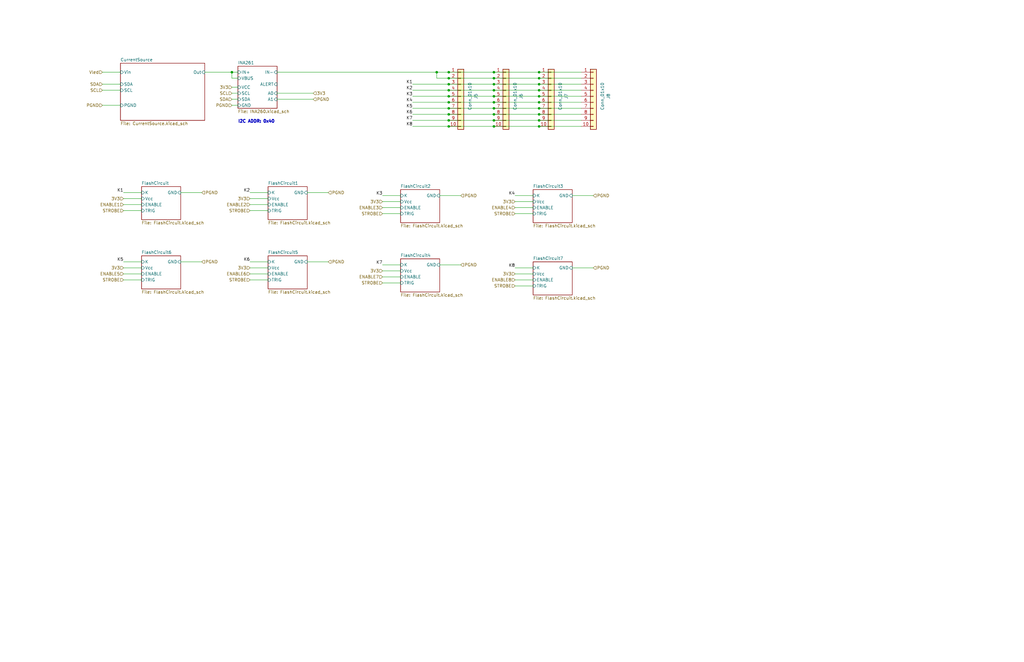
<source format=kicad_sch>
(kicad_sch (version 20211123) (generator eeschema)
  (paper "B")
  (title_block (title "BUM2 LED Controller") (date "2023-01-10") (rev "A"))
  (lib_symbols
    (symbol "Connector_Generic:Conn_01x10" (pin_names (offset 1.016) hide)
      (property "Reference" "J" (at 0 12.7 0))
      (property "Value" "Conn_01x10" (at 0 -15.24 0))
      (symbol "Conn_01x10_1_1"
        (rectangle (start -1.27 -12.573) (end 0 -12.827) (stroke (width 0.1524)))
        (rectangle (start -1.27 -10.033) (end 0 -10.287) (stroke (width 0.1524)))
        (rectangle (start -1.27 -7.493) (end 0 -7.747) (stroke (width 0.1524)))
        (rectangle (start -1.27 -4.953) (end 0 -5.207) (stroke (width 0.1524)))
        (rectangle (start -1.27 -2.413) (end 0 -2.667) (stroke (width 0.1524)))
        (rectangle (start -1.27 0.127) (end 0 -0.127) (stroke (width 0.1524)))
        (rectangle (start -1.27 2.667) (end 0 2.413) (stroke (width 0.1524)))
        (rectangle (start -1.27 5.207) (end 0 4.953) (stroke (width 0.1524)))
        (rectangle (start -1.27 7.747) (end 0 7.493) (stroke (width 0.1524)))
        (rectangle (start -1.27 10.287) (end 0 10.033) (stroke (width 0.1524)))
        (rectangle (start -1.27 11.43) (end 1.27 -13.97) (stroke (width 0.254)) (fill (type background)))
        (pin passive line (at -5.08 10.16 0) (length 3.81) (name "Pin_1") (number "1"))
        (pin passive line (at -5.08 -12.7 0) (length 3.81) (name "Pin_10") (number "10"))
        (pin passive line (at -5.08 7.62 0) (length 3.81) (name "Pin_2") (number "2"))
        (pin passive line (at -5.08 5.08 0) (length 3.81) (name "Pin_3") (number "3"))
        (pin passive line (at -5.08 2.54 0) (length 3.81) (name "Pin_4") (number "4"))
        (pin passive line (at -5.08 0 0) (length 3.81) (name "Pin_5") (number "5"))
        (pin passive line (at -5.08 -2.54 0) (length 3.81) (name "Pin_6") (number "6"))
        (pin passive line (at -5.08 -5.08 0) (length 3.81) (name "Pin_7") (number "7"))
        (pin passive line (at -5.08 -7.62 0) (length 3.81) (name "Pin_8") (number "8"))
        (pin passive line (at -5.08 -10.16 0) (length 3.81) (name "Pin_9") (number "9"))
      )
    )
  )
  (junction (at 189.23 33.02))
  (junction (at 208.28 53.34))
  (junction (at 189.23 35.56))
  (junction (at 189.23 30.48))
  (junction (at 189.23 53.34))
  (junction (at 208.28 38.1))
  (junction (at 208.28 43.18))
  (junction (at 227.33 40.64))
  (junction (at 189.23 43.18))
  (junction (at 184.15 30.48))
  (junction (at 227.33 33.02))
  (junction (at 208.28 33.02))
  (junction (at 208.28 30.48))
  (junction (at 227.33 38.1))
  (junction (at 189.23 48.26))
  (junction (at 227.33 43.18))
  (junction (at 208.28 35.56))
  (junction (at 227.33 48.26))
  (junction (at 189.23 50.8))
  (junction (at 208.28 40.64))
  (junction (at 208.28 48.26))
  (junction (at 227.33 53.34))
  (junction (at 208.28 45.72))
  (junction (at 227.33 35.56))
  (junction (at 208.28 50.8))
  (junction (at 97.79 30.48))
  (junction (at 227.33 45.72))
  (junction (at 227.33 50.8))
  (junction (at 189.23 38.1))
  (junction (at 189.23 40.64))
  (junction (at 227.33 30.48))
  (junction (at 189.23 45.72))
  (wire (pts (xy 217.17 82.55) (xy 224.79 82.55)))
  (wire (pts (xy 208.28 30.48) (xy 227.33 30.48)))
  (wire (pts (xy 227.33 33.02) (xy 245.11 33.02)))
  (wire (pts (xy 217.17 113.03) (xy 224.79 113.03)))
  (wire (pts (xy 173.99 50.8) (xy 189.23 50.8)))
  (wire (pts (xy 86.36 30.48) (xy 97.79 30.48)))
  (wire (pts (xy 52.07 86.36) (xy 59.69 86.36)))
  (wire (pts (xy 173.99 43.18) (xy 189.23 43.18)))
  (wire (pts (xy 52.07 118.11) (xy 59.69 118.11)))
  (wire (pts (xy 52.07 113.03) (xy 59.69 113.03)))
  (wire (pts (xy 116.84 30.48) (xy 184.15 30.48)))
  (wire (pts (xy 208.28 33.02) (xy 227.33 33.02)))
  (wire (pts (xy 97.79 44.45) (xy 100.33 44.45)))
  (wire (pts (xy 97.79 30.48) (xy 100.33 30.48)))
  (wire (pts (xy 105.41 81.28) (xy 113.03 81.28)))
  (wire (pts (xy 184.15 30.48) (xy 184.15 33.02)))
  (wire (pts (xy 217.17 115.57) (xy 224.79 115.57)))
  (wire (pts (xy 52.07 110.49) (xy 59.69 110.49)))
  (wire (pts (xy 43.18 35.56) (xy 50.8 35.56)))
  (wire (pts (xy 161.29 82.55) (xy 168.91 82.55)))
  (wire (pts (xy 227.33 38.1) (xy 245.11 38.1)))
  (wire (pts (xy 105.41 113.03) (xy 113.03 113.03)))
  (wire (pts (xy 189.23 53.34) (xy 208.28 53.34)))
  (wire (pts (xy 76.2 110.49) (xy 85.09 110.49)))
  (wire (pts (xy 161.29 111.76) (xy 168.91 111.76)))
  (wire (pts (xy 227.33 53.34) (xy 245.11 53.34)))
  (wire (pts (xy 227.33 40.64) (xy 245.11 40.64)))
  (wire (pts (xy 129.54 110.49) (xy 138.43 110.49)))
  (wire (pts (xy 97.79 36.83) (xy 100.33 36.83)))
  (wire (pts (xy 161.29 119.38) (xy 168.91 119.38)))
  (wire (pts (xy 189.23 35.56) (xy 208.28 35.56)))
  (wire (pts (xy 161.29 87.63) (xy 168.91 87.63)))
  (wire (pts (xy 227.33 30.48) (xy 245.11 30.48)))
  (wire (pts (xy 173.99 38.1) (xy 189.23 38.1)))
  (wire (pts (xy 97.79 39.37) (xy 100.33 39.37)))
  (wire (pts (xy 208.28 35.56) (xy 227.33 35.56)))
  (wire (pts (xy 97.79 33.02) (xy 97.79 30.48)))
  (wire (pts (xy 241.3 113.03) (xy 250.19 113.03)))
  (wire (pts (xy 161.29 114.3) (xy 168.91 114.3)))
  (wire (pts (xy 227.33 50.8) (xy 245.11 50.8)))
  (wire (pts (xy 208.28 38.1) (xy 227.33 38.1)))
  (wire (pts (xy 43.18 44.45) (xy 50.8 44.45)))
  (wire (pts (xy 217.17 120.65) (xy 224.79 120.65)))
  (wire (pts (xy 189.23 43.18) (xy 208.28 43.18)))
  (wire (pts (xy 105.41 118.11) (xy 113.03 118.11)))
  (wire (pts (xy 217.17 85.09) (xy 224.79 85.09)))
  (wire (pts (xy 105.41 110.49) (xy 113.03 110.49)))
  (wire (pts (xy 116.84 39.37) (xy 132.08 39.37)))
  (wire (pts (xy 184.15 30.48) (xy 189.23 30.48)))
  (wire (pts (xy 173.99 48.26) (xy 189.23 48.26)))
  (wire (pts (xy 129.54 81.28) (xy 138.43 81.28)))
  (wire (pts (xy 97.79 41.91) (xy 100.33 41.91)))
  (wire (pts (xy 189.23 50.8) (xy 208.28 50.8)))
  (wire (pts (xy 116.84 41.91) (xy 132.08 41.91)))
  (wire (pts (xy 189.23 38.1) (xy 208.28 38.1)))
  (wire (pts (xy 208.28 43.18) (xy 227.33 43.18)))
  (wire (pts (xy 189.23 40.64) (xy 208.28 40.64)))
  (wire (pts (xy 43.18 38.1) (xy 50.8 38.1)))
  (wire (pts (xy 227.33 43.18) (xy 245.11 43.18)))
  (wire (pts (xy 105.41 88.9) (xy 113.03 88.9)))
  (wire (pts (xy 189.23 30.48) (xy 208.28 30.48)))
  (wire (pts (xy 184.15 33.02) (xy 189.23 33.02)))
  (wire (pts (xy 173.99 40.64) (xy 189.23 40.64)))
  (wire (pts (xy 189.23 45.72) (xy 208.28 45.72)))
  (wire (pts (xy 52.07 81.28) (xy 59.69 81.28)))
  (wire (pts (xy 173.99 45.72) (xy 189.23 45.72)))
  (wire (pts (xy 173.99 53.34) (xy 189.23 53.34)))
  (wire (pts (xy 161.29 116.84) (xy 168.91 116.84)))
  (wire (pts (xy 52.07 115.57) (xy 59.69 115.57)))
  (wire (pts (xy 161.29 90.17) (xy 168.91 90.17)))
  (wire (pts (xy 173.99 35.56) (xy 189.23 35.56)))
  (wire (pts (xy 208.28 50.8) (xy 227.33 50.8)))
  (wire (pts (xy 105.41 83.82) (xy 113.03 83.82)))
  (wire (pts (xy 185.42 111.76) (xy 194.31 111.76)))
  (wire (pts (xy 217.17 118.11) (xy 224.79 118.11)))
  (wire (pts (xy 105.41 115.57) (xy 113.03 115.57)))
  (wire (pts (xy 52.07 83.82) (xy 59.69 83.82)))
  (wire (pts (xy 105.41 86.36) (xy 113.03 86.36)))
  (wire (pts (xy 208.28 53.34) (xy 227.33 53.34)))
  (wire (pts (xy 161.29 85.09) (xy 168.91 85.09)))
  (wire (pts (xy 227.33 48.26) (xy 245.11 48.26)))
  (wire (pts (xy 241.3 82.55) (xy 250.19 82.55)))
  (wire (pts (xy 227.33 35.56) (xy 245.11 35.56)))
  (wire (pts (xy 208.28 45.72) (xy 227.33 45.72)))
  (wire (pts (xy 43.18 30.48) (xy 50.8 30.48)))
  (wire (pts (xy 217.17 87.63) (xy 224.79 87.63)))
  (wire (pts (xy 52.07 88.9) (xy 59.69 88.9)))
  (wire (pts (xy 76.2 81.28) (xy 85.09 81.28)))
  (wire (pts (xy 208.28 48.26) (xy 227.33 48.26)))
  (wire (pts (xy 189.23 48.26) (xy 208.28 48.26)))
  (wire (pts (xy 227.33 45.72) (xy 245.11 45.72)))
  (wire (pts (xy 217.17 90.17) (xy 224.79 90.17)))
  (wire (pts (xy 208.28 40.64) (xy 227.33 40.64)))
  (wire (pts (xy 100.33 33.02) (xy 97.79 33.02)))
  (wire (pts (xy 189.23 33.02) (xy 208.28 33.02)))
  (wire (pts (xy 185.42 82.55) (xy 194.31 82.55)))
  (text "I2C ADDR: 0x40" (at 100.33 52.07 0) (effects (font (size 1.27 1.27) (thickness 0.508) bold) (justify left bottom)))
  (label "K6" (at 105.41 110.49 180))
  (label "K3" (at 161.29 82.55 180))
  (label "K5" (at 173.99 45.72 180))
  (label "K2" (at 105.41 81.28 180))
  (label "K7" (at 173.99 50.8 180))
  (label "K8" (at 217.17 113.03 180))
  (label "K6" (at 173.99 48.26 180))
  (label "K5" (at 52.07 110.49 180))
  (label "K4" (at 217.17 82.55 180))
  (label "K8" (at 173.99 53.34 180))
  (label "K2" (at 173.99 38.1 180))
  (label "K7" (at 161.29 111.76 180))
  (label "K1" (at 173.99 35.56 180))
  (label "K3" (at 173.99 40.64 180))
  (label "K1" (at 52.07 81.28 180))
  (label "K4" (at 173.99 43.18 180))
  (hierarchical_label "PGND" (shape input) (at 250.19 113.03 0))
  (hierarchical_label "STROBE" (shape input) (at 161.29 119.38 180))
  (hierarchical_label "3V3" (shape input) (at 105.41 83.82 180))
  (hierarchical_label "ENABLE4" (shape input) (at 217.17 87.63 180))
  (hierarchical_label "PGND" (shape input) (at 194.31 111.76 0))
  (hierarchical_label "3V3" (shape input) (at 52.07 113.03 180))
  (hierarchical_label "STROBE" (shape input) (at 52.07 118.11 180))
  (hierarchical_label "3V3" (shape input) (at 217.17 115.57 180))
  (hierarchical_label "SDA" (shape input) (at 43.18 35.56 180))
  (hierarchical_label "SCL" (shape input) (at 97.79 39.37 180))
  (hierarchical_label "3V3" (shape input) (at 97.79 36.83 180))
  (hierarchical_label "PGND" (shape input) (at 138.43 110.49 0))
  (hierarchical_label "ENABLE2" (shape input) (at 105.41 86.36 180))
  (hierarchical_label "STROBE" (shape input) (at 105.41 118.11 180))
  (hierarchical_label "PGND" (shape input) (at 97.79 44.45 180))
  (hierarchical_label "3V3" (shape input) (at 161.29 85.09 180))
  (hierarchical_label "PGND" (shape input) (at 85.09 81.28 0))
  (hierarchical_label "STROBE" (shape input) (at 105.41 88.9 180))
  (hierarchical_label "STROBE" (shape input) (at 217.17 90.17 180))
  (hierarchical_label "PGND" (shape input) (at 138.43 81.28 0))
  (hierarchical_label "SDA" (shape input) (at 97.79 41.91 180))
  (hierarchical_label "PGND" (shape input) (at 250.19 82.55 0))
  (hierarchical_label "ENABLE7" (shape input) (at 161.29 116.84 180))
  (hierarchical_label "3V3" (shape input) (at 52.07 83.82 180))
  (hierarchical_label "3V3" (shape input) (at 132.08 39.37 0))
  (hierarchical_label "ENABLE1" (shape input) (at 52.07 86.36 180))
  (hierarchical_label "ENABLE3" (shape input) (at 161.29 87.63 180))
  (hierarchical_label "ENABLE8" (shape input) (at 217.17 118.11 180))
  (hierarchical_label "PGND" (shape input) (at 85.09 110.49 0))
  (hierarchical_label "PGND" (shape input) (at 194.31 82.55 0))
  (hierarchical_label "PGND" (shape input) (at 43.18 44.45 180))
  (hierarchical_label "3V3" (shape input) (at 217.17 85.09 180))
  (hierarchical_label "STROBE" (shape input) (at 52.07 88.9 180))
  (hierarchical_label "3V3" (shape input) (at 105.41 113.03 180))
  (hierarchical_label "3V3" (shape input) (at 161.29 114.3 180))
  (hierarchical_label "ENABLE5" (shape input) (at 52.07 115.57 180))
  (hierarchical_label "Vled" (shape input) (at 43.18 30.48 180))
  (hierarchical_label "PGND" (shape input) (at 132.08 41.91 0))
  (hierarchical_label "STROBE" (shape input) (at 161.29 90.17 180))
  (hierarchical_label "STROBE" (shape input) (at 217.17 120.65 180))
  (hierarchical_label "SCL" (shape input) (at 43.18 38.1 180))
  (hierarchical_label "ENABLE6" (shape input) (at 105.41 115.57 180))
  (symbol (lib_id "Connector_Generic:Conn_01x10") (at 194.31 40.64 0) (unit 1)
    (property "Reference" "J5" (at 200.66 40.64 90))
    (property "Value" "Conn_01x10" (at 198.12 40.64 90))
    (property "Footprint" "Connector_PinHeader_2.54mm:PinHeader_1x10_P2.54mm_Vertical" (effects hide))
  )
  (symbol (lib_id "Connector_Generic:Conn_01x10") (at 250.19 40.64 0) (unit 1)
    (property "Reference" "J8" (at 256.54 40.64 90))
    (property "Value" "Conn_01x10" (at 254 40.64 90))
    (property "Footprint" "Connector_PinHeader_2.54mm:PinHeader_1x10_P2.54mm_Vertical" (effects hide))
  )
  (symbol (lib_id "Connector_Generic:Conn_01x10") (at 213.36 40.64 0) (unit 1)
    (property "Reference" "J6" (at 219.71 40.64 90))
    (property "Value" "Conn_01x10" (at 217.17 40.64 90))
    (property "Footprint" "Connector_PinHeader_2.54mm:PinHeader_1x10_P2.54mm_Vertical" (effects hide))
  )
  (symbol (lib_id "Connector_Generic:Conn_01x10") (at 232.41 40.64 0) (unit 1)
    (property "Reference" "J7" (at 238.76 40.64 90))
    (property "Value" "Conn_01x10" (at 236.22 40.64 90))
    (property "Footprint" "Connector_PinHeader_2.54mm:PinHeader_1x10_P2.54mm_Vertical" (effects hide))
  )
  (sheet (at 224.79 80.01) (size 16.51 13.97) (stroke (width 0.1524))
    (property "Sheet name" "FlashCircuit3" (at 224.79 79.2984 0) (effects (justify left bottom)))
    (property "Sheet file" "FlashCircuit.kicad_sch" (at 224.79 94.5646 0) (effects (justify left top)))
    (pin "K" input (at 224.79 82.55 180))
    (pin "GND" input (at 241.3 82.55 0))
    (pin "Vcc" input (at 224.79 85.09 180))
    (pin "ENABLE" input (at 224.79 87.63 180))
    (pin "TRIG" input (at 224.79 90.17 180))
  )
  (sheet (at 113.03 78.74) (size 16.51 13.97) (stroke (width 0.1524))
    (property "Sheet name" "FlashCircuit1" (at 113.03 78.0284 0) (effects (justify left bottom)))
    (property "Sheet file" "FlashCircuit.kicad_sch" (at 113.03 93.2946 0) (effects (justify left top)))
    (pin "K" input (at 113.03 81.28 180))
    (pin "GND" input (at 129.54 81.28 0))
    (pin "Vcc" input (at 113.03 83.82 180))
    (pin "ENABLE" input (at 113.03 86.36 180))
    (pin "TRIG" input (at 113.03 88.9 180))
  )
  (sheet (at 50.8 26.67) (size 35.56 24.13) (stroke (width 0.1524))
    (property "Sheet name" "CurrentSource" (at 50.8 25.9584 0) (effects (justify left bottom)))
    (property "Sheet file" "CurrentSource.kicad_sch" (at 50.8 51.3846 0) (effects (justify left top)))
    (pin "Out" input (at 86.36 30.48 0))
    (pin "PGND" input (at 50.8 44.45 180))
    (pin "Vin" input (at 50.8 30.48 180))
    (pin "SDA" input (at 50.8 35.56 180))
    (pin "SCL" input (at 50.8 38.1 180))
  )
  (sheet (at 59.69 78.74) (size 16.51 13.97) (stroke (width 0.1524))
    (property "Sheet name" "FlashCircuit" (at 59.69 78.0284 0) (effects (justify left bottom)))
    (property "Sheet file" "FlashCircuit.kicad_sch" (at 59.69 93.2946 0) (effects (justify left top)))
    (pin "K" input (at 59.69 81.28 180))
    (pin "GND" input (at 76.2 81.28 0))
    (pin "Vcc" input (at 59.69 83.82 180))
    (pin "ENABLE" input (at 59.69 86.36 180))
    (pin "TRIG" input (at 59.69 88.9 180))
  )
  (sheet (at 168.91 80.01) (size 16.51 13.97) (stroke (width 0.1524))
    (property "Sheet name" "FlashCircuit2" (at 168.91 79.2984 0) (effects (justify left bottom)))
    (property "Sheet file" "FlashCircuit.kicad_sch" (at 168.91 94.5646 0) (effects (justify left top)))
    (pin "K" input (at 168.91 82.55 180))
    (pin "GND" input (at 185.42 82.55 0))
    (pin "Vcc" input (at 168.91 85.09 180))
    (pin "ENABLE" input (at 168.91 87.63 180))
    (pin "TRIG" input (at 168.91 90.17 180))
  )
  (sheet (at 224.79 110.49) (size 16.51 13.97) (stroke (width 0.1524))
    (property "Sheet name" "FlashCircuit7" (at 224.79 109.7784 0) (effects (justify left bottom)))
    (property "Sheet file" "FlashCircuit.kicad_sch" (at 224.79 125.0446 0) (effects (justify left top)))
    (pin "K" input (at 224.79 113.03 180))
    (pin "GND" input (at 241.3 113.03 0))
    (pin "Vcc" input (at 224.79 115.57 180))
    (pin "ENABLE" input (at 224.79 118.11 180))
    (pin "TRIG" input (at 224.79 120.65 180))
  )
  (sheet (at 100.33 27.94) (size 16.51 17.78) (stroke (width 0.1524))
    (property "Sheet name" "INA261" (at 100.33 27.2284 0) (effects (justify left bottom)))
    (property "Sheet file" "INA260.kicad_sch" (at 100.33 46.3046 0) (effects (justify left top)))
    (pin "SCL" input (at 100.33 39.37 180))
    (pin "IN-" input (at 116.84 30.48 0))
    (pin "IN+" input (at 100.33 30.48 180))
    (pin "VBUS" input (at 100.33 33.02 180))
    (pin "GND" input (at 100.33 44.45 180))
    (pin "ALERT" input (at 116.84 35.56 0))
    (pin "SDA" input (at 100.33 41.91 180))
    (pin "VCC" input (at 100.33 36.83 180))
    (pin "A0" input (at 116.84 39.37 0))
    (pin "A1" input (at 116.84 41.91 0))
  )
  (sheet (at 168.91 109.22) (size 16.51 13.97) (stroke (width 0.1524))
    (property "Sheet name" "FlashCircuit4" (at 168.91 108.5084 0) (effects (justify left bottom)))
    (property "Sheet file" "FlashCircuit.kicad_sch" (at 168.91 123.7746 0) (effects (justify left top)))
    (pin "K" input (at 168.91 111.76 180))
    (pin "GND" input (at 185.42 111.76 0))
    (pin "Vcc" input (at 168.91 114.3 180))
    (pin "ENABLE" input (at 168.91 116.84 180))
    (pin "TRIG" input (at 168.91 119.38 180))
  )
  (sheet (at 113.03 107.95) (size 16.51 13.97) (stroke (width 0.1524))
    (property "Sheet name" "FlashCircuit5" (at 113.03 107.2384 0) (effects (justify left bottom)))
    (property "Sheet file" "FlashCircuit.kicad_sch" (at 113.03 122.5046 0) (effects (justify left top)))
    (pin "K" input (at 113.03 110.49 180))
    (pin "GND" input (at 129.54 110.49 0))
    (pin "Vcc" input (at 113.03 113.03 180))
    (pin "ENABLE" input (at 113.03 115.57 180))
    (pin "TRIG" input (at 113.03 118.11 180))
  )
  (sheet (at 59.69 107.95) (size 16.51 13.97) (stroke (width 0.1524))
    (property "Sheet name" "FlashCircuit6" (at 59.69 107.2384 0) (effects (justify left bottom)))
    (property "Sheet file" "FlashCircuit.kicad_sch" (at 59.69 122.5046 0) (effects (justify left top)))
    (pin "K" input (at 59.69 110.49 180))
    (pin "GND" input (at 76.2 110.49 0))
    (pin "Vcc" input (at 59.69 113.03 180))
    (pin "ENABLE" input (at 59.69 115.57 180))
    (pin "TRIG" input (at 59.69 118.11 180))
  )
)
</source>
